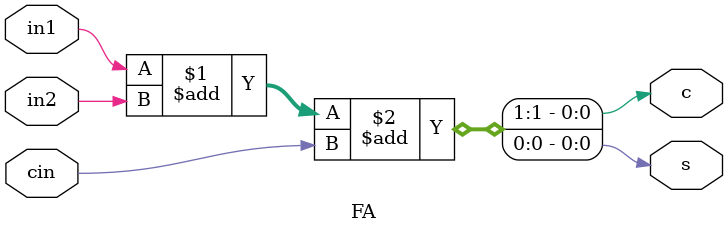
<source format=v>
module top_module (
    input [3:0] x,
    input [3:0] y, 
    output [4:0] sum);
    wire cout[3:0];
    generate
        genvar i;
        FA f1(x[0],y[0],0,cout[0],sum[0]);
        for(i=1;i<4;i=i+1)begin:add_generate
            FA f_name(x[i],y[i],cout[x-1],cout[x],sum[x]);
        end    
    endgenerate
    assign sum[4] = cout[3];
endmodule

module FA(in1,in2,cin,s,c);

input in1,in2,cin;
output s,c;

assign {c,s} = in1 + in2 + cin;

endmodule 


</source>
